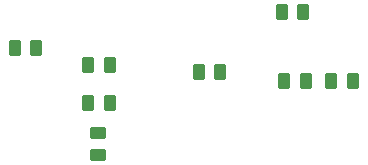
<source format=gbp>
G04 #@! TF.GenerationSoftware,KiCad,Pcbnew,8.0.5*
G04 #@! TF.CreationDate,2024-10-14T21:46:25-05:00*
G04 #@! TF.ProjectId,USBCPowerPCB,55534243-506f-4776-9572-5043422e6b69,rev?*
G04 #@! TF.SameCoordinates,Original*
G04 #@! TF.FileFunction,Paste,Bot*
G04 #@! TF.FilePolarity,Positive*
%FSLAX46Y46*%
G04 Gerber Fmt 4.6, Leading zero omitted, Abs format (unit mm)*
G04 Created by KiCad (PCBNEW 8.0.5) date 2024-10-14 21:46:25*
%MOMM*%
%LPD*%
G01*
G04 APERTURE LIST*
G04 Aperture macros list*
%AMRoundRect*
0 Rectangle with rounded corners*
0 $1 Rounding radius*
0 $2 $3 $4 $5 $6 $7 $8 $9 X,Y pos of 4 corners*
0 Add a 4 corners polygon primitive as box body*
4,1,4,$2,$3,$4,$5,$6,$7,$8,$9,$2,$3,0*
0 Add four circle primitives for the rounded corners*
1,1,$1+$1,$2,$3*
1,1,$1+$1,$4,$5*
1,1,$1+$1,$6,$7*
1,1,$1+$1,$8,$9*
0 Add four rect primitives between the rounded corners*
20,1,$1+$1,$2,$3,$4,$5,0*
20,1,$1+$1,$4,$5,$6,$7,0*
20,1,$1+$1,$6,$7,$8,$9,0*
20,1,$1+$1,$8,$9,$2,$3,0*%
G04 Aperture macros list end*
%ADD10RoundRect,0.250000X0.262500X0.450000X-0.262500X0.450000X-0.262500X-0.450000X0.262500X-0.450000X0*%
%ADD11RoundRect,0.250000X-0.450000X0.262500X-0.450000X-0.262500X0.450000X-0.262500X0.450000X0.262500X0*%
%ADD12RoundRect,0.250000X-0.262500X-0.450000X0.262500X-0.450000X0.262500X0.450000X-0.262500X0.450000X0*%
G04 APERTURE END LIST*
D10*
X148200000Y-127200000D03*
X146375000Y-127200000D03*
D11*
X137850000Y-132375000D03*
X137850000Y-134200000D03*
D12*
X153587500Y-127900000D03*
X155412500Y-127900000D03*
X153375000Y-122100000D03*
X155200000Y-122100000D03*
D10*
X138812500Y-129800000D03*
X136987500Y-129800000D03*
D12*
X157587496Y-127900000D03*
X159412496Y-127900000D03*
X136987500Y-126600000D03*
X138812500Y-126600000D03*
X130787500Y-125100000D03*
X132612500Y-125100000D03*
M02*

</source>
